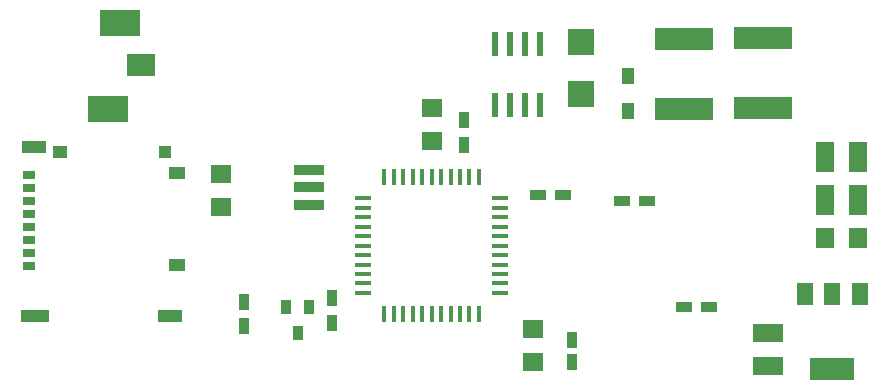
<source format=gtp>
G75*
G70*
%OFA0B0*%
%FSLAX24Y24*%
%IPPOS*%
%LPD*%
%AMOC8*
5,1,8,0,0,1.08239X$1,22.5*
%
%ADD10R,0.0157X0.0551*%
%ADD11R,0.0551X0.0157*%
%ADD12R,0.0354X0.0551*%
%ADD13R,0.0669X0.0591*%
%ADD14R,0.0591X0.0669*%
%ADD15R,0.0906X0.0906*%
%ADD16R,0.1040X0.0320*%
%ADD17R,0.1929X0.0748*%
%ADD18R,0.0433X0.0551*%
%ADD19R,0.0591X0.1024*%
%ADD20R,0.1024X0.0591*%
%ADD21R,0.0449X0.0276*%
%ADD22R,0.0453X0.0417*%
%ADD23R,0.0433X0.0417*%
%ADD24R,0.0827X0.0413*%
%ADD25R,0.0945X0.0413*%
%ADD26R,0.0551X0.0413*%
%ADD27R,0.1339X0.0866*%
%ADD28R,0.0945X0.0748*%
%ADD29R,0.0354X0.0512*%
%ADD30R,0.0551X0.0354*%
%ADD31R,0.1457X0.0748*%
%ADD32R,0.0551X0.0748*%
%ADD33R,0.0197X0.0827*%
D10*
X014846Y004217D03*
X015161Y004217D03*
X015476Y004217D03*
X015791Y004217D03*
X016106Y004217D03*
X016421Y004217D03*
X016736Y004217D03*
X017051Y004217D03*
X017366Y004217D03*
X017681Y004217D03*
X017996Y004217D03*
X017996Y008784D03*
X017681Y008784D03*
X017366Y008784D03*
X017051Y008784D03*
X016736Y008784D03*
X016421Y008784D03*
X016106Y008784D03*
X015791Y008784D03*
X015476Y008784D03*
X015161Y008784D03*
X014846Y008784D03*
D11*
X014138Y008075D03*
X014138Y007760D03*
X014138Y007445D03*
X014138Y007130D03*
X014138Y006815D03*
X014138Y006500D03*
X014138Y006185D03*
X014138Y005870D03*
X014138Y005555D03*
X014138Y005240D03*
X014138Y004925D03*
X018705Y004925D03*
X018705Y005240D03*
X018705Y005555D03*
X018705Y005870D03*
X018705Y006185D03*
X018705Y006500D03*
X018705Y006815D03*
X018705Y007130D03*
X018705Y007445D03*
X018705Y007760D03*
X018705Y008075D03*
D12*
X017494Y009849D03*
X017494Y010678D03*
X013094Y004768D03*
X013094Y003939D03*
X010179Y003809D03*
X010179Y004637D03*
X021091Y003366D03*
X021091Y002626D03*
D13*
X019797Y002626D03*
X019797Y003728D03*
X016426Y009983D03*
X016426Y011085D03*
X009400Y008890D03*
X009400Y007787D03*
D14*
X029519Y006742D03*
X030621Y006742D03*
D15*
X021412Y011550D03*
X021412Y013283D03*
D16*
X012329Y009039D03*
X012329Y008449D03*
X012329Y007859D03*
D17*
X024841Y011052D03*
X027461Y011077D03*
X027461Y013420D03*
X024841Y013395D03*
D18*
X022965Y012144D03*
X022965Y011003D03*
D19*
X029529Y009449D03*
X030631Y009449D03*
X030632Y008029D03*
X029530Y008029D03*
D20*
X027645Y003583D03*
X027645Y002480D03*
D21*
X002983Y005834D03*
X002983Y006267D03*
X002983Y006700D03*
X002983Y007134D03*
X002983Y007567D03*
X002983Y008000D03*
X002983Y008433D03*
X002983Y008866D03*
D22*
X004018Y009630D03*
D23*
X007546Y009630D03*
D24*
X003160Y009787D03*
X007696Y004165D03*
D25*
X003211Y004165D03*
D26*
X007924Y005858D03*
X007928Y008921D03*
D27*
X005644Y011046D03*
X006038Y013939D03*
D28*
X006727Y012514D03*
D29*
X011579Y004443D03*
X012327Y004443D03*
X011953Y003577D03*
D30*
X019966Y008199D03*
X020795Y008199D03*
X022761Y007999D03*
X023590Y007999D03*
X024826Y004454D03*
X025655Y004454D03*
D31*
X029780Y002406D03*
D32*
X029780Y004879D03*
X030686Y004879D03*
X028875Y004879D03*
D33*
X020030Y011175D03*
X019530Y011175D03*
X019030Y011175D03*
X018530Y011175D03*
X018530Y013222D03*
X019030Y013222D03*
X019530Y013222D03*
X020030Y013222D03*
M02*

</source>
